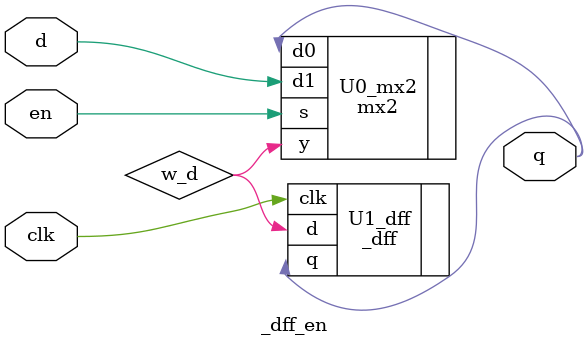
<source format=v>
module _dff_en(clk, en, d, q);
    input clk, en, d;
    output q;

    wire w_d;  //mux input

    // selects input d when en is high, else holds the previous value
    mx2 U0_mx2(.y(w_d), .d0(q), .d1(d), .s(en));

    // d flip-flop update output q on clock rising edge with the selected input w_d
    _dff U1_dff (.clk(clk), .d(w_d), .q(q));
endmodule

</source>
